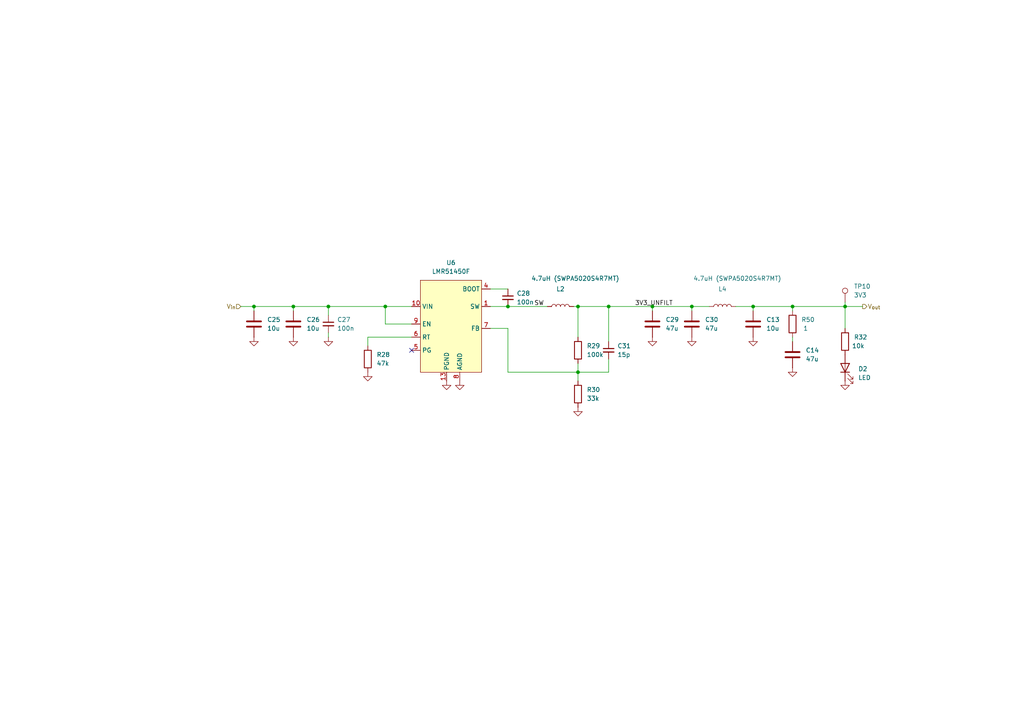
<source format=kicad_sch>
(kicad_sch (version 20231120) (generator "eeschema") (generator_version "8.0")
  (paper "A4")
  (lib_symbols
    (symbol "Connector:TestPoint" (pin_numbers hide) (pin_names (offset 0.762) hide)
      (property "Reference" "TP" (at 0 6.858 0))
      (property "Value" "TestPoint" (at 0 5.08 0))
      (symbol "TestPoint_0_1"
        (circle (center 0 3.302) (radius 0.762))
      )
      (symbol "TestPoint_1_1"
        (pin passive line (at 0 0 90) (length 2.54) (name "1") (number "1"))
      )
    )
    (symbol "Device:C" (pin_numbers hide) (pin_names (offset 0.254))
      (property "Reference" "C" (at 0.635 2.54 0))
      (property "Value" "C" (at 0.635 -2.54 0))
      (symbol "C_0_1"
        (polyline (pts (xy -2.032 -0.762) (xy 2.032 -0.762)) (stroke (width 0.508)))
        (polyline (pts (xy -2.032 0.762) (xy 2.032 0.762)) (stroke (width 0.508)))
      )
      (symbol "C_1_1"
        (pin passive line (at 0 3.81 270) (length 2.794) (name "~") (number "1"))
        (pin passive line (at 0 -3.81 90) (length 2.794) (name "~") (number "2"))
      )
    )
    (symbol "Device:L" (pin_numbers hide) (pin_names (offset 1.016) hide)
      (property "Reference" "L" (at -1.27 0 90))
      (property "Value" "L" (at 1.905 0 90))
      (symbol "L_0_1"
        (arc (start 0 -2.54) (mid 0.6323 -1.905) (end 0 -1.27))
        (arc (start 0 -1.27) (mid 0.6323 -0.635) (end 0 0))
        (arc (start 0 0) (mid 0.6323 0.635) (end 0 1.27))
        (arc (start 0 1.27) (mid 0.6323 1.905) (end 0 2.54))
      )
      (symbol "L_1_1"
        (pin passive line (at 0 3.81 270) (length 1.27) (name "1") (number "1"))
        (pin passive line (at 0 -3.81 90) (length 1.27) (name "2") (number "2"))
      )
    )
    (symbol "Device:LED" (pin_numbers hide) (pin_names (offset 1.016) hide)
      (property "Reference" "D" (at 0 2.54 0))
      (property "Value" "LED" (at 0 -2.54 0))
      (symbol "LED_0_1"
        (polyline (pts (xy -1.27 -1.27) (xy -1.27 1.27)) (stroke (width 0.254)))
        (polyline (pts (xy -1.27 0) (xy 1.27 0)))
        (polyline (pts (xy 1.27 -1.27) (xy 1.27 1.27) (xy -1.27 0) (xy 1.27 -1.27)) (stroke (width 0.254)))
        (polyline (pts (xy -3.048 -0.762) (xy -4.572 -2.286) (xy -3.81 -2.286) (xy -4.572 -2.286) (xy -4.572 -1.524)))
        (polyline (pts (xy -1.778 -0.762) (xy -3.302 -2.286) (xy -2.54 -2.286) (xy -3.302 -2.286) (xy -3.302 -1.524)))
      )
      (symbol "LED_1_1"
        (pin passive line (at -3.81 0 0) (length 2.54) (name "K") (number "1"))
        (pin passive line (at 3.81 0 180) (length 2.54) (name "A") (number "2"))
      )
    )
    (symbol "power:GND" (power) (pin_numbers hide) (pin_names (offset 0) hide)
      (property "Value" "GND" (at 0 -3.81 0))
      (symbol "GND_0_1"
        (polyline (pts (xy 0 0) (xy 0 -1.27) (xy 1.27 -1.27) (xy 0 -2.54) (xy -1.27 -1.27) (xy 0 -1.27)))
      )
      (symbol "GND_1_1"
        (pin power_in line (at 0 0 270) (length 0) (name "~") (number "1"))
      )
    )
    (symbol "rflib:C_Small" (pin_numbers hide) (pin_names (offset 0.254) hide)
      (property "Reference" "C" (at 0.254 1.778 0))
      (property "Value" "C_Small" (at 0.254 -2.032 0))
      (symbol "C_Small_0_1"
        (polyline (pts (xy -1.524 -0.508) (xy 1.524 -0.508)) (stroke (width 0.3302)))
        (polyline (pts (xy -1.524 0.508) (xy 1.524 0.508)) (stroke (width 0.3048)))
      )
      (symbol "C_Small_1_1"
        (pin passive line (at 0 2.54 270) (length 2.032) (name "~") (number "1"))
        (pin passive line (at 0 -2.54 90) (length 2.032) (name "~") (number "2"))
      )
    )
    (symbol "rflib:R" (pin_numbers hide) (pin_names (offset 0))
      (property "Reference" "R" (at 2.032 0 90))
      (property "Value" "R" (at 0 0 90))
      (symbol "R_0_1"
        (rectangle (start -1.016 -2.54) (end 1.016 2.54) (stroke (width 0.254)))
      )
      (symbol "R_1_1"
        (pin passive line (at 0 3.81 270) (length 1.27) (name "~") (number "1"))
        (pin passive line (at 0 -3.81 90) (length 1.27) (name "~") (number "2"))
      )
    )
    (symbol "syms:LMR51x4"
      (property "Reference" "U" (at 1.016 0 0))
      (symbol "LMR51x4_1_1"
        (rectangle (start -8.89 12.7) (end 8.89 -13.97) (fill (type background)))
        (pin power_out line (at 11.43 5.08 180) (length 2.54) (name "SW") (number "1"))
        (pin power_in line (at -11.43 5.08 0) (length 2.54) (name "VIN") (number "10"))
        (pin power_in line (at -11.43 5.08 0) (length 2.54) hide (name "VIN") (number "11"))
        (pin power_in line (at -11.43 5.08 0) (length 2.54) hide (name "VIN") (number "12"))
        (pin power_in line (at -1.27 -16.51 90) (length 2.54) (name "PGND") (number "13"))
        (pin power_out line (at 11.43 5.08 180) (length 2.54) hide (name "SW") (number "2"))
        (pin power_out line (at 11.43 5.08 180) (length 2.54) hide (name "SW") (number "3"))
        (pin passive line (at 11.43 10.16 180) (length 2.54) (name "BOOT") (number "4"))
        (pin output line (at -11.43 -7.62 0) (length 2.54) (name "PG") (number "5"))
        (pin passive line (at -11.43 -3.81 0) (length 2.54) (name "RT") (number "6"))
        (pin input line (at 11.43 -1.27 180) (length 2.54) (name "FB") (number "7"))
        (pin power_in line (at 2.54 -16.51 90) (length 2.54) (name "AGND") (number "8"))
        (pin input line (at -11.43 0 0) (length 2.54) (name "EN") (number "9"))
      )
    )
  )
  (junction (at 167.64 88.9))
  (junction (at 85.09 88.9))
  (junction (at 111.76 88.9))
  (junction (at 200.66 88.9))
  (junction (at 73.66 88.9))
  (junction (at 167.64 107.95))
  (junction (at 95.25 88.9))
  (junction (at 229.87 88.9))
  (junction (at 245.11 88.9))
  (junction (at 189.23 88.9))
  (junction (at 218.44 88.9))
  (junction (at 147.32 88.9))
  (junction (at 176.53 88.9))
  (no_connect (at 119.38 101.6))
  (wire (pts (xy 142.24 83.82) (xy 147.32 83.82)))
  (wire (pts (xy 167.64 107.95) (xy 176.53 107.95)))
  (wire (pts (xy 119.38 93.98) (xy 111.76 93.98)))
  (wire (pts (xy 119.38 97.79) (xy 106.68 97.79)))
  (wire (pts (xy 176.53 88.9) (xy 189.23 88.9)))
  (wire (pts (xy 176.53 107.95) (xy 176.53 104.14)))
  (wire (pts (xy 189.23 88.9) (xy 200.66 88.9)))
  (wire (pts (xy 142.24 88.9) (xy 147.32 88.9)))
  (wire (pts (xy 111.76 93.98) (xy 111.76 88.9)))
  (wire (pts (xy 229.87 88.9) (xy 229.87 90.17)))
  (wire (pts (xy 73.66 88.9) (xy 73.66 90.17)))
  (wire (pts (xy 167.64 107.95) (xy 167.64 105.41)))
  (wire (pts (xy 229.87 97.79) (xy 229.87 99.06)))
  (wire (pts (xy 73.66 88.9) (xy 85.09 88.9)))
  (wire (pts (xy 218.44 88.9) (xy 218.44 90.17)))
  (wire (pts (xy 111.76 88.9) (xy 119.38 88.9)))
  (wire (pts (xy 147.32 95.25) (xy 147.32 107.95)))
  (wire (pts (xy 218.44 88.9) (xy 229.87 88.9)))
  (wire (pts (xy 176.53 88.9) (xy 176.53 99.06)))
  (wire (pts (xy 200.66 88.9) (xy 205.74 88.9)))
  (wire (pts (xy 147.32 107.95) (xy 167.64 107.95)))
  (wire (pts (xy 189.23 88.9) (xy 189.23 90.17)))
  (wire (pts (xy 229.87 88.9) (xy 245.11 88.9)))
  (wire (pts (xy 213.36 88.9) (xy 218.44 88.9)))
  (wire (pts (xy 95.25 88.9) (xy 111.76 88.9)))
  (wire (pts (xy 85.09 88.9) (xy 85.09 90.17)))
  (wire (pts (xy 245.11 88.9) (xy 245.11 95.25)))
  (wire (pts (xy 167.64 88.9) (xy 167.64 97.79)))
  (wire (pts (xy 85.09 88.9) (xy 95.25 88.9)))
  (wire (pts (xy 167.64 107.95) (xy 167.64 110.49)))
  (wire (pts (xy 200.66 88.9) (xy 200.66 90.17)))
  (wire (pts (xy 245.11 88.9) (xy 250.19 88.9)))
  (wire (pts (xy 147.32 88.9) (xy 158.75 88.9)))
  (wire (pts (xy 95.25 88.9) (xy 95.25 91.44)))
  (wire (pts (xy 106.68 97.79) (xy 106.68 100.33)))
  (wire (pts (xy 166.37 88.9) (xy 167.64 88.9)))
  (wire (pts (xy 167.64 88.9) (xy 176.53 88.9)))
  (wire (pts (xy 147.32 95.25) (xy 142.24 95.25)))
  (wire (pts (xy 69.85 88.9) (xy 73.66 88.9)))
  (wire (pts (xy 95.25 96.52) (xy 95.25 97.79)))
  (wire (pts (xy 245.11 87.63) (xy 245.11 88.9)))
  (label "SW" (at 154.94 88.9 0))
  (label "3V3_UNFILT" (at 184.15 88.9 0))
  (hierarchical_label "V_{in}" (shape input) (at 69.85 88.9 180))
  (hierarchical_label "V_{out}" (shape output) (at 250.19 88.9 0))
  (symbol (lib_id "power:GND") (at 245.11 110.49 0) (unit 1)
    (property "Reference" "#PWR074" (effects (hide yes)))
    (property "Value" "GND" (effects (hide yes)))
    (property "Description" "Power symbol creates a global label with name \"GND\" , ground" (effects (hide yes)))
  )
  (symbol (lib_id "Device:C") (at 218.44 93.98 0) (unit 1)
    (property "Reference" "C13" (at 222.25 92.7099 0) (effects (justify left)))
    (property "Value" "10u" (at 222.25 95.2499 0) (effects (justify left)))
    (property "Footprint" "Capacitor_SMD:C_1206_3216Metric" (effects (hide yes)))
    (property "Description" "Unpolarized capacitor" (effects (hide yes)))
    (property "LCSC" "C13585" (effects (hide yes)))
  )
  (symbol (lib_id "power:GND") (at 95.25 97.79 0) (unit 1)
    (property "Reference" "#PWR059" (effects (hide yes)))
    (property "Value" "GND" (effects (hide yes)))
    (property "Description" "Power symbol creates a global label with name \"GND\" , ground" (effects (hide yes)))
  )
  (symbol (lib_id "Device:C") (at 229.87 102.87 0) (unit 1)
    (property "Reference" "C14" (at 233.68 101.5999 0) (effects (justify left)))
    (property "Value" "47u" (at 233.68 104.1399 0) (effects (justify left)))
    (property "Footprint" "Capacitor_SMD:C_1206_3216Metric" (effects (hide yes)))
    (property "Description" "Unpolarized capacitor" (effects (hide yes)))
    (property "LCSC" "C96123" (effects (hide yes)))
  )
  (symbol (lib_id "rflib:C_Small") (at 147.32 86.36 0) (unit 1)
    (property "Reference" "C28" (at 149.86 85.0962 0) (effects (justify left)))
    (property "Value" "100n" (at 149.86 87.6362 0) (effects (justify left)))
    (property "Footprint" "Capacitor_SMD:C_0603_1608Metric" (effects (hide yes)))
    (property "Description" "Unpolarized capacitor, small symbol" (effects (hide yes)))
    (property "LCSC" "C14663" (effects (hide yes)))
  )
  (symbol (lib_id "power:GND") (at 229.87 106.68 0) (unit 1)
    (property "Reference" "#PWR041" (effects (hide yes)))
    (property "Value" "GND" (effects (hide yes)))
    (property "Description" "Power symbol creates a global label with name \"GND\" , ground" (effects (hide yes)))
  )
  (symbol (lib_id "power:GND") (at 133.35 110.49 0) (unit 1)
    (property "Reference" "#PWR062" (effects (hide yes)))
    (property "Value" "GND" (effects (hide yes)))
    (property "Description" "Power symbol creates a global label with name \"GND\" , ground" (effects (hide yes)))
  )
  (symbol (lib_id "Device:C") (at 85.09 93.98 0) (unit 1)
    (property "Reference" "C26" (at 88.9 92.7099 0) (effects (justify left)))
    (property "Value" "10u" (at 88.9 95.2499 0) (effects (justify left)))
    (property "Footprint" "Capacitor_SMD:C_1206_3216Metric" (effects (hide yes)))
    (property "Description" "Unpolarized capacitor" (effects (hide yes)))
    (property "LCSC" "C13585" (effects (hide yes)))
  )
  (symbol (lib_id "Device:L") (at 162.56 88.9 90) (unit 1)
    (property "Reference" "L2" (at 162.56 83.82 90))
    (property "Value" "4.7uH (SWPA5020S4R7MT)" (at 166.878 80.772 90))
    (property "Footprint" "Inductor_SMD:L_Sunlord_SWPA5020S" (effects (hide yes)))
    (property "Description" "Inductor" (effects (hide yes)))
    (property "LCSC" "C43183" (effects (hide yes)))
  )
  (symbol (lib_id "power:GND") (at 200.66 97.79 0) (unit 1)
    (property "Reference" "#PWR065" (effects (hide yes)))
    (property "Value" "GND" (effects (hide yes)))
    (property "Description" "Power symbol creates a global label with name \"GND\" , ground" (effects (hide yes)))
  )
  (symbol (lib_id "Device:LED") (at 245.11 106.68 90) (unit 1)
    (property "Reference" "D2" (at 248.92 106.9974 90) (effects (justify right)))
    (property "Value" "LED" (at 248.92 109.5374 90) (effects (justify right)))
    (property "Footprint" "LED_SMD:LED_0603_1608Metric" (effects (hide yes)))
    (property "Description" "Light emitting diode" (effects (hide yes)))
    (property "LCSC" "C2290" (effects (hide yes)))
  )
  (symbol (lib_id "power:GND") (at 106.68 107.95 0) (unit 1)
    (property "Reference" "#PWR060" (effects (hide yes)))
    (property "Value" "GND" (effects (hide yes)))
    (property "Description" "Power symbol creates a global label with name \"GND\" , ground" (effects (hide yes)))
  )
  (symbol (lib_id "rflib:R") (at 106.68 104.14 0) (unit 1)
    (property "Reference" "R28" (at 109.22 102.8699 0) (effects (justify left)))
    (property "Value" "47k" (at 109.22 105.4099 0) (effects (justify left)))
    (property "Footprint" "Resistor_SMD:R_0603_1608Metric" (effects (hide yes)))
    (property "Description" "Resistor" (effects (hide yes)))
    (property "LCSC" "C25819" (effects (hide yes)))
  )
  (symbol (lib_id "Connector:TestPoint") (at 245.11 87.63 0) (unit 1)
    (property "Reference" "TP10" (at 247.65 83.0579 0) (effects (justify left)))
    (property "Value" "3V3" (at 247.65 85.5979 0) (effects (justify left)))
    (property "Footprint" "meteopress_footprints:TestPoint_THTPad_D2.0mm_Drill1.0mm" (effects (hide yes)))
    (property "Description" "test point" (effects (hide yes)))
  )
  (symbol (lib_id "rflib:R") (at 167.64 114.3 0) (unit 1)
    (property "Reference" "R30" (at 170.18 113.0299 0) (effects (justify left)))
    (property "Value" "33k" (at 170.18 115.5699 0) (effects (justify left)))
    (property "Footprint" "Resistor_SMD:R_0603_1608Metric" (effects (hide yes)))
    (property "Description" "Resistor" (effects (hide yes)))
    (property "LCSC" "C4216" (effects (hide yes)))
  )
  (symbol (lib_id "power:GND") (at 167.64 118.11 0) (unit 1)
    (property "Reference" "#PWR063" (effects (hide yes)))
    (property "Value" "GND" (effects (hide yes)))
    (property "Description" "Power symbol creates a global label with name \"GND\" , ground" (effects (hide yes)))
  )
  (symbol (lib_id "power:GND") (at 73.66 97.79 0) (unit 1)
    (property "Reference" "#PWR057" (effects (hide yes)))
    (property "Value" "GND" (effects (hide yes)))
    (property "Description" "Power symbol creates a global label with name \"GND\" , ground" (effects (hide yes)))
  )
  (symbol (lib_id "rflib:R") (at 245.11 99.06 0) (unit 1)
    (property "Reference" "R32" (at 247.65 97.79 0) (effects (justify left)))
    (property "Value" "10k" (at 248.92 100.33 0))
    (property "Footprint" "Resistor_SMD:R_0603_1608Metric" (effects (hide yes)))
    (property "Description" "Resistor" (effects (hide yes)))
    (property "LCSC" "C25804" (effects (hide yes)))
  )
  (symbol (lib_id "syms:LMR51x4") (at 130.81 93.98 0) (unit 1)
    (property "Reference" "U6" (at 130.81 76.2 0))
    (property "Value" "LMR51450F" (at 130.81 78.74 0))
    (property "Footprint" "Package_SON:WSON-12-1EP_3x3mm_P0.5mm_EP1.5x2.5mm_ThermalVias" (effects (hide yes)))
    (property "LCSC" "C5782413" (effects (hide yes)))
  )
  (symbol (lib_id "power:GND") (at 218.44 97.79 0) (unit 1)
    (property "Reference" "#PWR040" (effects (hide yes)))
    (property "Value" "GND" (effects (hide yes)))
    (property "Description" "Power symbol creates a global label with name \"GND\" , ground" (effects (hide yes)))
  )
  (symbol (lib_id "rflib:R") (at 229.87 93.98 0) (unit 1)
    (property "Reference" "R50" (at 232.41 92.71 0) (effects (justify left)))
    (property "Value" "1" (at 233.68 95.25 0))
    (property "Footprint" "Resistor_SMD:R_0603_1608Metric" (effects (hide yes)))
    (property "Description" "Resistor" (effects (hide yes)))
    (property "LCSC" "C22936" (effects (hide yes)))
  )
  (symbol (lib_id "Device:C") (at 73.66 93.98 0) (unit 1)
    (property "Reference" "C25" (at 77.47 92.7099 0) (effects (justify left)))
    (property "Value" "10u" (at 77.47 95.2499 0) (effects (justify left)))
    (property "Footprint" "Capacitor_SMD:C_1206_3216Metric" (effects (hide yes)))
    (property "Description" "Unpolarized capacitor" (effects (hide yes)))
    (property "LCSC" "C13585" (effects (hide yes)))
  )
  (symbol (lib_id "Device:C") (at 200.66 93.98 0) (unit 1)
    (property "Reference" "C30" (at 204.47 92.7099 0) (effects (justify left)))
    (property "Value" "47u" (at 204.47 95.2499 0) (effects (justify left)))
    (property "Footprint" "Capacitor_SMD:C_1206_3216Metric" (effects (hide yes)))
    (property "Description" "Unpolarized capacitor" (effects (hide yes)))
    (property "LCSC" "C96123" (effects (hide yes)))
  )
  (symbol (lib_id "rflib:R") (at 167.64 101.6 0) (unit 1)
    (property "Reference" "R29" (at 170.18 100.3299 0) (effects (justify left)))
    (property "Value" "100k" (at 170.18 102.8699 0) (effects (justify left)))
    (property "Footprint" "Resistor_SMD:R_0603_1608Metric" (effects (hide yes)))
    (property "Description" "Resistor" (effects (hide yes)))
    (property "LCSC" "C25803" (effects (hide yes)))
  )
  (symbol (lib_id "Device:C") (at 189.23 93.98 0) (unit 1)
    (property "Reference" "C29" (at 193.04 92.7099 0) (effects (justify left)))
    (property "Value" "47u" (at 193.04 95.2499 0) (effects (justify left)))
    (property "Footprint" "Capacitor_SMD:C_1206_3216Metric" (effects (hide yes)))
    (property "Description" "Unpolarized capacitor" (effects (hide yes)))
    (property "LCSC" "C96123" (effects (hide yes)))
  )
  (symbol (lib_id "Device:L") (at 209.55 88.9 90) (unit 1)
    (property "Reference" "L4" (at 209.55 83.82 90))
    (property "Value" "4.7uH (SWPA5020S4R7MT)" (at 213.868 80.772 90))
    (property "Footprint" "Inductor_SMD:L_Sunlord_SWPA5020S" (effects (hide yes)))
    (property "Description" "Inductor" (effects (hide yes)))
    (property "LCSC" "C43183" (effects (hide yes)))
  )
  (symbol (lib_id "rflib:C_Small") (at 176.53 101.6 0) (unit 1)
    (property "Reference" "C31" (at 179.07 100.3362 0) (effects (justify left)))
    (property "Value" "15p" (at 179.07 102.8762 0) (effects (justify left)))
    (property "Footprint" "Capacitor_SMD:C_0603_1608Metric" (effects (hide yes)))
    (property "Description" "Unpolarized capacitor, small symbol" (effects (hide yes)))
    (property "LCSC" "C1644" (effects (hide yes)))
  )
  (symbol (lib_id "power:GND") (at 129.54 110.49 0) (unit 1)
    (property "Reference" "#PWR061" (effects (hide yes)))
    (property "Value" "GND" (effects (hide yes)))
    (property "Description" "Power symbol creates a global label with name \"GND\" , ground" (effects (hide yes)))
  )
  (symbol (lib_id "power:GND") (at 189.23 97.79 0) (unit 1)
    (property "Reference" "#PWR064" (effects (hide yes)))
    (property "Value" "GND" (effects (hide yes)))
    (property "Description" "Power symbol creates a global label with name \"GND\" , ground" (effects (hide yes)))
  )
  (symbol (lib_id "power:GND") (at 85.09 97.79 0) (unit 1)
    (property "Reference" "#PWR058" (effects (hide yes)))
    (property "Value" "GND" (effects (hide yes)))
    (property "Description" "Power symbol creates a global label with name \"GND\" , ground" (effects (hide yes)))
  )
  (symbol (lib_id "rflib:C_Small") (at 95.25 93.98 0) (unit 1)
    (property "Reference" "C27" (at 97.79 92.7162 0) (effects (justify left)))
    (property "Value" "100n" (at 97.79 95.2562 0) (effects (justify left)))
    (property "Footprint" "Capacitor_SMD:C_0603_1608Metric" (effects (hide yes)))
    (property "Description" "Unpolarized capacitor, small symbol" (effects (hide yes)))
    (property "LCSC" "C14663" (effects (hide yes)))
  )
)
</source>
